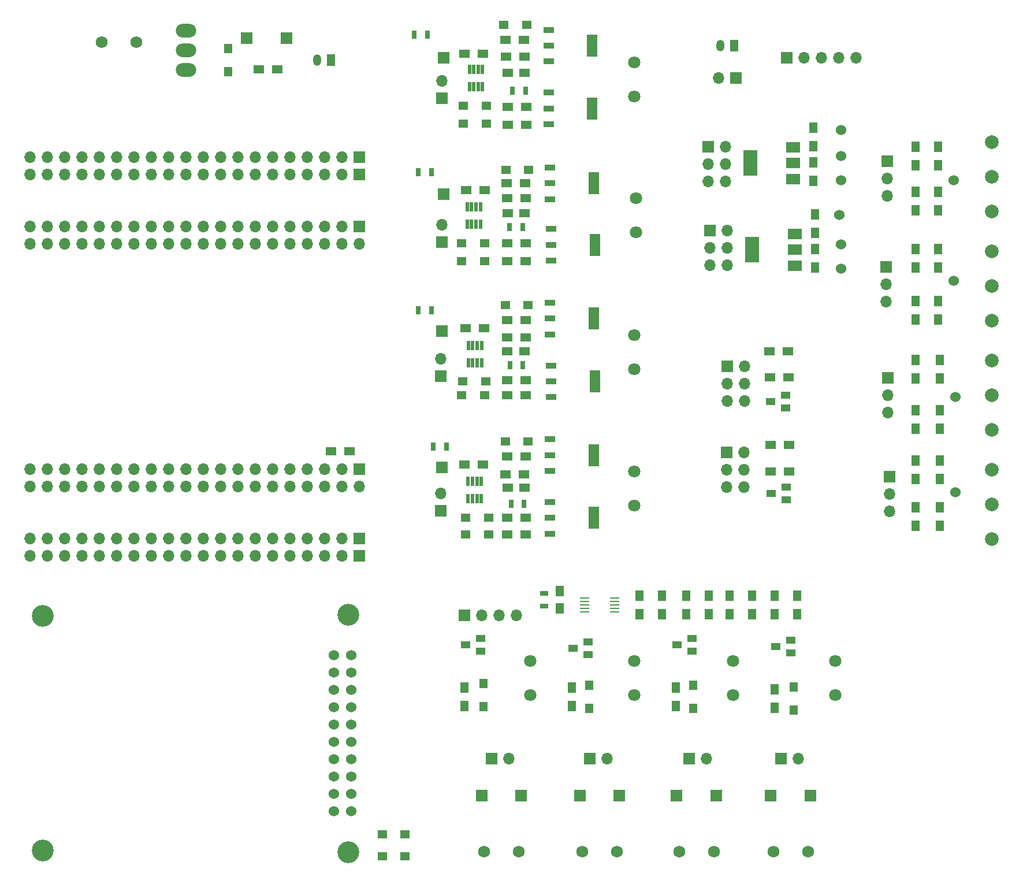
<source format=gts>
G04 #@! TF.FileFunction,Soldermask,Top*
%FSLAX46Y46*%
G04 Gerber Fmt 4.6, Leading zero omitted, Abs format (unit mm)*
G04 Created by KiCad (PCBNEW 4.0.7-e2-6376~60~ubuntu17.10.1) date Wed Nov  8 13:38:44 2017*
%MOMM*%
%LPD*%
G01*
G04 APERTURE LIST*
%ADD10C,0.100000*%
%ADD11R,1.300000X0.700000*%
%ADD12R,0.700000X1.300000*%
%ADD13C,1.524000*%
%ADD14R,1.422400X0.279400*%
%ADD15R,1.700000X1.700000*%
%ADD16O,1.700000X1.700000*%
%ADD17R,1.500000X1.250000*%
%ADD18R,1.625600X0.889000*%
%ADD19R,1.625600X3.175000*%
%ADD20R,1.500000X1.300000*%
%ADD21R,1.350000X1.200000*%
%ADD22R,0.508000X1.320800*%
%ADD23R,1.800000X1.800000*%
%ADD24R,1.250000X1.500000*%
%ADD25R,1.300000X1.500000*%
%ADD26R,1.200000X1.350000*%
%ADD27R,1.200000X1.700000*%
%ADD28O,1.200000X1.700000*%
%ADD29R,2.000000X3.800000*%
%ADD30R,2.000000X1.500000*%
%ADD31R,1.400000X1.000000*%
%ADD32C,1.800000*%
%ADD33C,1.750000*%
%ADD34C,2.000000*%
%ADD35O,3.000000X2.000000*%
%ADD36C,3.200000*%
G04 APERTURE END LIST*
D10*
D11*
X102682000Y-104694000D03*
X102682000Y-106594000D03*
D12*
X86150000Y-63200000D03*
X84250000Y-63200000D03*
X85550000Y-22800000D03*
X83650000Y-22800000D03*
X99950000Y-31000000D03*
X98050000Y-31000000D03*
D13*
X74422000Y-136652000D03*
X71882000Y-136652000D03*
X74422000Y-134112000D03*
X71882000Y-134112000D03*
X74422000Y-131572000D03*
X71882000Y-131572000D03*
X74422000Y-129032000D03*
X71882000Y-129032000D03*
X74422000Y-126492000D03*
X71882000Y-126492000D03*
X74422000Y-123952000D03*
X71882000Y-123952000D03*
X74422000Y-121412000D03*
X71882000Y-121412000D03*
X74422000Y-118872000D03*
X71882000Y-118872000D03*
X74422000Y-116332000D03*
X71882000Y-116332000D03*
X74422000Y-113792000D03*
X71882000Y-113792000D03*
D14*
X112994400Y-107396600D03*
X112994400Y-106914000D03*
X112994400Y-106406000D03*
X112994400Y-105898000D03*
X112994400Y-105415400D03*
X108625600Y-105415400D03*
X108625600Y-105898000D03*
X108625600Y-106406000D03*
X108625600Y-106914000D03*
X108625600Y-107396600D03*
D15*
X75600000Y-50946000D03*
D16*
X75600000Y-53486000D03*
X73060000Y-50946000D03*
X73060000Y-53486000D03*
X70520000Y-50946000D03*
X70520000Y-53486000D03*
X67980000Y-50946000D03*
X67980000Y-53486000D03*
X65440000Y-50946000D03*
X65440000Y-53486000D03*
X62900000Y-50946000D03*
X62900000Y-53486000D03*
X60360000Y-50946000D03*
X60360000Y-53486000D03*
X57820000Y-50946000D03*
X57820000Y-53486000D03*
X55280000Y-50946000D03*
X55280000Y-53486000D03*
X52740000Y-50946000D03*
X52740000Y-53486000D03*
X50200000Y-50946000D03*
X50200000Y-53486000D03*
X47660000Y-50946000D03*
X47660000Y-53486000D03*
X45120000Y-50946000D03*
X45120000Y-53486000D03*
X42580000Y-50946000D03*
X42580000Y-53486000D03*
X40040000Y-50946000D03*
X40040000Y-53486000D03*
X37500000Y-50946000D03*
X37500000Y-53486000D03*
X34960000Y-50946000D03*
X34960000Y-53486000D03*
X32420000Y-50946000D03*
X32420000Y-53486000D03*
X29880000Y-50946000D03*
X29880000Y-53486000D03*
X27340000Y-50946000D03*
X27340000Y-53486000D03*
D17*
X99825000Y-49025000D03*
X97325000Y-49025000D03*
D18*
X103324600Y-31313600D03*
X103324600Y-33625000D03*
X103324600Y-35936400D03*
D19*
X109725400Y-33625000D03*
D20*
X97025000Y-87225000D03*
X99725000Y-87225000D03*
D17*
X99825000Y-89225000D03*
X97325000Y-89225000D03*
D21*
X100325000Y-82425000D03*
X96975000Y-82425000D03*
D15*
X87725000Y-86225000D03*
D20*
X93725000Y-85825000D03*
X91025000Y-85825000D03*
D21*
X91175000Y-96025000D03*
X94525000Y-96025000D03*
D15*
X87525000Y-92565000D03*
D16*
X87525000Y-90025000D03*
D21*
X91175000Y-93625000D03*
X94525000Y-93625000D03*
D22*
X93455400Y-88285000D03*
X92820400Y-88285000D03*
X92160000Y-88285000D03*
X91525000Y-88285000D03*
X91525000Y-90825000D03*
X92160000Y-90825000D03*
X92820400Y-90825000D03*
X93455400Y-90825000D03*
D20*
X97225000Y-93625000D03*
X99925000Y-93625000D03*
X97225000Y-96025000D03*
X99925000Y-96025000D03*
X99925000Y-84625000D03*
X97225000Y-84625000D03*
X97125000Y-26025000D03*
X99825000Y-26025000D03*
D15*
X75600000Y-43326000D03*
D16*
X73060000Y-43326000D03*
X70520000Y-43326000D03*
X67980000Y-43326000D03*
X65440000Y-43326000D03*
X62900000Y-43326000D03*
X60360000Y-43326000D03*
X57820000Y-43326000D03*
X55280000Y-43326000D03*
X52740000Y-43326000D03*
X50200000Y-43326000D03*
X47660000Y-43326000D03*
X45120000Y-43326000D03*
X42580000Y-43326000D03*
X40040000Y-43326000D03*
X37500000Y-43326000D03*
X34960000Y-43326000D03*
X32420000Y-43326000D03*
X29880000Y-43326000D03*
X27340000Y-43326000D03*
D23*
X59102000Y-23324000D03*
X64902000Y-23324000D03*
X107902000Y-134324000D03*
X113702000Y-134324000D03*
D17*
X99825000Y-28425000D03*
X97325000Y-28425000D03*
X99775000Y-69225000D03*
X97275000Y-69225000D03*
D24*
X104968000Y-106894000D03*
X104968000Y-104394000D03*
D25*
X160426000Y-41986000D03*
X160426000Y-39286000D03*
X160426000Y-56972000D03*
X160426000Y-54272000D03*
X160680000Y-73228000D03*
X160680000Y-70528000D03*
X160680000Y-87960000D03*
X160680000Y-85260000D03*
X160426000Y-48590000D03*
X160426000Y-45890000D03*
X160426000Y-64592000D03*
X160426000Y-61892000D03*
X160680000Y-80594000D03*
X160680000Y-77894000D03*
X160680000Y-94818000D03*
X160680000Y-92118000D03*
D21*
X90825000Y-33225000D03*
X94175000Y-33225000D03*
X90575000Y-53425000D03*
X93925000Y-53425000D03*
X90775000Y-73625000D03*
X94125000Y-73625000D03*
D26*
X93792000Y-117914000D03*
X93792000Y-121264000D03*
X109286000Y-118168000D03*
X109286000Y-121518000D03*
X124526000Y-118168000D03*
X124526000Y-121518000D03*
X139258000Y-118422000D03*
X139258000Y-121772000D03*
X56402000Y-28224000D03*
X56402000Y-24874000D03*
D21*
X100125000Y-21425000D03*
X96775000Y-21425000D03*
X100425000Y-42625000D03*
X97075000Y-42625000D03*
X100325000Y-62425000D03*
X96975000Y-62425000D03*
D15*
X152933000Y-41398000D03*
D16*
X152933000Y-43938000D03*
X152933000Y-46478000D03*
D15*
X152806000Y-56892000D03*
D16*
X152806000Y-59432000D03*
X152806000Y-61972000D03*
D15*
X153060000Y-73148000D03*
D16*
X153060000Y-75688000D03*
X153060000Y-78228000D03*
D15*
X153314000Y-87626000D03*
D16*
X153314000Y-90166000D03*
X153314000Y-92706000D03*
D15*
X126745600Y-39213600D03*
D16*
X129285600Y-39213600D03*
X126745600Y-41753600D03*
X129285600Y-41753600D03*
X126745600Y-44293600D03*
X129285600Y-44293600D03*
D15*
X126999600Y-51507200D03*
D16*
X129539600Y-51507200D03*
X126999600Y-54047200D03*
X129539600Y-54047200D03*
X126999600Y-56587200D03*
X129539600Y-56587200D03*
D15*
X129501500Y-71382700D03*
D16*
X132041500Y-71382700D03*
X129501500Y-73922700D03*
X132041500Y-73922700D03*
X129501500Y-76462700D03*
X132041500Y-76462700D03*
D15*
X129438000Y-84070000D03*
D16*
X131978000Y-84070000D03*
X129438000Y-86610000D03*
X131978000Y-86610000D03*
X129438000Y-89150000D03*
X131978000Y-89150000D03*
D15*
X75600000Y-40786000D03*
D16*
X73060000Y-40786000D03*
X70520000Y-40786000D03*
X67980000Y-40786000D03*
X65440000Y-40786000D03*
X62900000Y-40786000D03*
X60360000Y-40786000D03*
X57820000Y-40786000D03*
X55280000Y-40786000D03*
X52740000Y-40786000D03*
X50200000Y-40786000D03*
X47660000Y-40786000D03*
X45120000Y-40786000D03*
X42580000Y-40786000D03*
X40040000Y-40786000D03*
X37500000Y-40786000D03*
X34960000Y-40786000D03*
X32420000Y-40786000D03*
X29880000Y-40786000D03*
X27340000Y-40786000D03*
D15*
X75600000Y-96666000D03*
D16*
X73060000Y-96666000D03*
X70520000Y-96666000D03*
X67980000Y-96666000D03*
X65440000Y-96666000D03*
X62900000Y-96666000D03*
X60360000Y-96666000D03*
X57820000Y-96666000D03*
X55280000Y-96666000D03*
X52740000Y-96666000D03*
X50200000Y-96666000D03*
X47660000Y-96666000D03*
X45120000Y-96666000D03*
X42580000Y-96666000D03*
X40040000Y-96666000D03*
X37500000Y-96666000D03*
X34960000Y-96666000D03*
X32420000Y-96666000D03*
X29880000Y-96666000D03*
X27340000Y-96666000D03*
D15*
X75600000Y-99206000D03*
D16*
X73060000Y-99206000D03*
X70520000Y-99206000D03*
X67980000Y-99206000D03*
X65440000Y-99206000D03*
X62900000Y-99206000D03*
X60360000Y-99206000D03*
X57820000Y-99206000D03*
X55280000Y-99206000D03*
X52740000Y-99206000D03*
X50200000Y-99206000D03*
X47660000Y-99206000D03*
X45120000Y-99206000D03*
X42580000Y-99206000D03*
X40040000Y-99206000D03*
X37500000Y-99206000D03*
X34960000Y-99206000D03*
X32420000Y-99206000D03*
X29880000Y-99206000D03*
X27340000Y-99206000D03*
D15*
X75600000Y-86506000D03*
D16*
X75600000Y-89046000D03*
X73060000Y-86506000D03*
X73060000Y-89046000D03*
X70520000Y-86506000D03*
X70520000Y-89046000D03*
X67980000Y-86506000D03*
X67980000Y-89046000D03*
X65440000Y-86506000D03*
X65440000Y-89046000D03*
X62900000Y-86506000D03*
X62900000Y-89046000D03*
X60360000Y-86506000D03*
X60360000Y-89046000D03*
X57820000Y-86506000D03*
X57820000Y-89046000D03*
X55280000Y-86506000D03*
X55280000Y-89046000D03*
X52740000Y-86506000D03*
X52740000Y-89046000D03*
X50200000Y-86506000D03*
X50200000Y-89046000D03*
X47660000Y-86506000D03*
X47660000Y-89046000D03*
X45120000Y-86506000D03*
X45120000Y-89046000D03*
X42580000Y-86506000D03*
X42580000Y-89046000D03*
X40040000Y-86506000D03*
X40040000Y-89046000D03*
X37500000Y-86506000D03*
X37500000Y-89046000D03*
X34960000Y-86506000D03*
X34960000Y-89046000D03*
X32420000Y-86506000D03*
X32420000Y-89046000D03*
X29880000Y-86506000D03*
X29880000Y-89046000D03*
X27340000Y-86506000D03*
X27340000Y-89046000D03*
D27*
X71402000Y-26524000D03*
D28*
X69402000Y-26524000D03*
D15*
X87725000Y-32165000D03*
D16*
X87725000Y-29625000D03*
D15*
X87725000Y-53225000D03*
D16*
X87725000Y-50685000D03*
D15*
X87525000Y-72825000D03*
D16*
X87525000Y-70285000D03*
D15*
X90998000Y-107930000D03*
D16*
X93538000Y-107930000D03*
X96078000Y-107930000D03*
X98618000Y-107930000D03*
D29*
X132892000Y-41652000D03*
D30*
X139192000Y-41652000D03*
X139192000Y-39352000D03*
X139192000Y-43952000D03*
D29*
X133146000Y-54352000D03*
D30*
X139446000Y-54352000D03*
X139446000Y-52052000D03*
X139446000Y-56652000D03*
D31*
X135831000Y-76577000D03*
X138031000Y-75627000D03*
X138031000Y-77527000D03*
X135958000Y-90039000D03*
X138158000Y-89089000D03*
X138158000Y-90989000D03*
D18*
X103724600Y-51313600D03*
X103724600Y-53625000D03*
X103724600Y-55936400D03*
D19*
X110125400Y-53625000D03*
D18*
X103324600Y-22113600D03*
X103324600Y-24425000D03*
X103324600Y-26736400D03*
D19*
X109725400Y-24425000D03*
D18*
X103540600Y-42313600D03*
X103540600Y-44625000D03*
X103540600Y-46936400D03*
D19*
X109941400Y-44625000D03*
D18*
X103724600Y-71313600D03*
X103724600Y-73625000D03*
X103724600Y-75936400D03*
D19*
X110125400Y-73625000D03*
D18*
X103524600Y-91313600D03*
X103524600Y-93625000D03*
X103524600Y-95936400D03*
D19*
X109925400Y-93625000D03*
D18*
X103524600Y-62113600D03*
X103524600Y-64425000D03*
X103524600Y-66736400D03*
D19*
X109925400Y-64425000D03*
D18*
X103524600Y-82113600D03*
X103524600Y-84425000D03*
X103524600Y-86736400D03*
D19*
X109925400Y-84425000D03*
D31*
X91168000Y-112248000D03*
X93368000Y-111298000D03*
X93368000Y-113198000D03*
X106916000Y-112756000D03*
X109116000Y-111806000D03*
X109116000Y-113706000D03*
X122156000Y-112248000D03*
X124356000Y-111298000D03*
X124356000Y-113198000D03*
X136634000Y-112502000D03*
X138834000Y-111552000D03*
X138834000Y-113452000D03*
D25*
X157124000Y-39286000D03*
X157124000Y-41986000D03*
X157124000Y-54272000D03*
X157124000Y-56972000D03*
X157124000Y-70528000D03*
X157124000Y-73228000D03*
X157124000Y-85260000D03*
X157124000Y-87960000D03*
X157124000Y-45890000D03*
X157124000Y-48590000D03*
X157124000Y-61892000D03*
X157124000Y-64592000D03*
X157124000Y-77894000D03*
X157124000Y-80594000D03*
X157124000Y-92118000D03*
X157124000Y-94818000D03*
X142138000Y-44272000D03*
X142138000Y-41572000D03*
X142138000Y-36492000D03*
X142138000Y-39192000D03*
X142392000Y-56972000D03*
X142392000Y-54272000D03*
X142392000Y-49192000D03*
X142392000Y-51892000D03*
D20*
X138408000Y-69211000D03*
X135708000Y-69211000D03*
X135771500Y-73059100D03*
X138471500Y-73059100D03*
X138535000Y-82927000D03*
X135835000Y-82927000D03*
X135835000Y-86864000D03*
X138535000Y-86864000D03*
X71450000Y-83884000D03*
X74150000Y-83884000D03*
X97375000Y-33425000D03*
X100075000Y-33425000D03*
X97225000Y-53425000D03*
X99925000Y-53425000D03*
D32*
X115925000Y-31925000D03*
X115925000Y-26925000D03*
X116139000Y-51785000D03*
X116139000Y-46785000D03*
D20*
X93725000Y-25625000D03*
X91025000Y-25625000D03*
X93925000Y-45625000D03*
X91225000Y-45625000D03*
X97025000Y-23625000D03*
X99725000Y-23625000D03*
X97175000Y-44625000D03*
X99875000Y-44625000D03*
X97225000Y-46825000D03*
X99925000Y-46825000D03*
X97225000Y-73425000D03*
X99925000Y-73425000D03*
D32*
X115925000Y-71825000D03*
X115925000Y-66825000D03*
X115925000Y-91825000D03*
X115925000Y-86825000D03*
D20*
X93875000Y-65825000D03*
X91175000Y-65825000D03*
X99925000Y-64625000D03*
X97225000Y-64625000D03*
X97225000Y-67225000D03*
X99925000Y-67225000D03*
D25*
X90998000Y-121218000D03*
X90998000Y-118518000D03*
X106746000Y-121218000D03*
X106746000Y-118518000D03*
X121986000Y-121218000D03*
X121986000Y-118518000D03*
X136464000Y-121472000D03*
X136464000Y-118772000D03*
D32*
X100650000Y-114574000D03*
X100650000Y-119574000D03*
X115890000Y-114574000D03*
X115890000Y-119574000D03*
X130368000Y-114574000D03*
X130368000Y-119574000D03*
X145354000Y-114574000D03*
X145354000Y-119574000D03*
D25*
X116652000Y-105056000D03*
X116652000Y-107756000D03*
X123510000Y-105056000D03*
X123510000Y-107756000D03*
X139766000Y-105056000D03*
X139766000Y-107756000D03*
X129860000Y-105056000D03*
X129860000Y-107756000D03*
X119954000Y-107756000D03*
X119954000Y-105056000D03*
X126812000Y-107756000D03*
X126812000Y-105056000D03*
X136464000Y-107756000D03*
X136464000Y-105056000D03*
X133162000Y-107756000D03*
X133162000Y-105056000D03*
D13*
X162712000Y-44192000D03*
X162712000Y-58924000D03*
X162966000Y-75942000D03*
X162966000Y-89912000D03*
X146202000Y-44192000D03*
X146202000Y-57146000D03*
X146202000Y-40636000D03*
X146202000Y-36826000D03*
X146202000Y-53590000D03*
X145948000Y-49272000D03*
D22*
X93655400Y-27885000D03*
X93020400Y-27885000D03*
X92360000Y-27885000D03*
X91725000Y-27885000D03*
X91725000Y-30425000D03*
X92360000Y-30425000D03*
X93020400Y-30425000D03*
X93655400Y-30425000D03*
X93325000Y-48025000D03*
X92690000Y-48025000D03*
X92029600Y-48025000D03*
X91394600Y-48025000D03*
X91394600Y-50565000D03*
X92029600Y-50565000D03*
X92690000Y-50565000D03*
X93325000Y-50565000D03*
X93490200Y-68355000D03*
X92855200Y-68355000D03*
X92194800Y-68355000D03*
X91559800Y-68355000D03*
X91559800Y-70895000D03*
X92194800Y-70895000D03*
X92855200Y-70895000D03*
X93490200Y-70895000D03*
D21*
X90825000Y-35825000D03*
X94175000Y-35825000D03*
X90575000Y-56025000D03*
X93925000Y-56025000D03*
X90575000Y-75625000D03*
X93925000Y-75625000D03*
D20*
X97375000Y-36025000D03*
X100075000Y-36025000D03*
X97225000Y-56025000D03*
X99925000Y-56025000D03*
X97225000Y-75625000D03*
X99925000Y-75625000D03*
D15*
X95002000Y-128924000D03*
D16*
X97542000Y-128924000D03*
D15*
X123902000Y-128924000D03*
D16*
X126442000Y-128924000D03*
D15*
X109402000Y-128924000D03*
D16*
X111942000Y-128924000D03*
D15*
X137402000Y-128924000D03*
D16*
X139942000Y-128924000D03*
D15*
X87925000Y-26225000D03*
X87925000Y-46225000D03*
X87725000Y-66225000D03*
X130800000Y-29200000D03*
D16*
X128260000Y-29200000D03*
D20*
X63552000Y-27924000D03*
X60852000Y-27924000D03*
D33*
X37862000Y-23924000D03*
X42942000Y-23924000D03*
X93862000Y-142524000D03*
X98942000Y-142524000D03*
X122462000Y-142524000D03*
X127542000Y-142524000D03*
X108262000Y-142524000D03*
X113342000Y-142524000D03*
X136262000Y-142524000D03*
X141342000Y-142524000D03*
D34*
X168300000Y-38604000D03*
X168300000Y-43684000D03*
X168300000Y-48764000D03*
X168300000Y-54606000D03*
X168300000Y-59686000D03*
X168300000Y-64766000D03*
X168300000Y-70608000D03*
X168300000Y-75688000D03*
X168300000Y-80768000D03*
X168300000Y-86610000D03*
X168300000Y-91690000D03*
X168300000Y-96770000D03*
D21*
X82300000Y-140000000D03*
X78950000Y-140000000D03*
X82300000Y-143200000D03*
X78950000Y-143200000D03*
D27*
X130505000Y-24419000D03*
D28*
X128505000Y-24419000D03*
D23*
X135902000Y-134324000D03*
X141702000Y-134324000D03*
X122102000Y-134324000D03*
X127902000Y-134324000D03*
X93502000Y-134324000D03*
X99302000Y-134324000D03*
D35*
X50202000Y-28024000D03*
X50202000Y-25124000D03*
X50202000Y-22224000D03*
D36*
X29200000Y-108000000D03*
X29200000Y-142400000D03*
X74000000Y-142600000D03*
X74000000Y-107800000D03*
D15*
X138240000Y-26200000D03*
D16*
X140780000Y-26200000D03*
X143320000Y-26200000D03*
X145860000Y-26200000D03*
X148400000Y-26200000D03*
D12*
X86150000Y-43000000D03*
X84250000Y-43000000D03*
X99550000Y-71225000D03*
X97650000Y-71225000D03*
X99525000Y-51025000D03*
X97625000Y-51025000D03*
X99750000Y-91600000D03*
X97850000Y-91600000D03*
X88350000Y-83200000D03*
X86450000Y-83200000D03*
M02*

</source>
